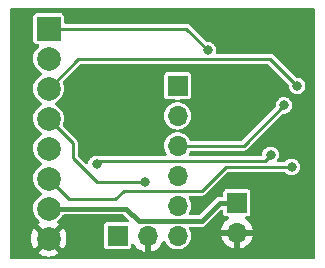
<source format=gbl>
%TF.GenerationSoftware,KiCad,Pcbnew,(6.0.11-0)*%
%TF.CreationDate,2023-09-03T14:24:23+02:00*%
%TF.ProjectId,Endstop_Levelshifter,456e6473-746f-4705-9f4c-6576656c7368,0.1*%
%TF.SameCoordinates,Original*%
%TF.FileFunction,Copper,L2,Bot*%
%TF.FilePolarity,Positive*%
%FSLAX46Y46*%
G04 Gerber Fmt 4.6, Leading zero omitted, Abs format (unit mm)*
G04 Created by KiCad (PCBNEW (6.0.11-0)) date 2023-09-03 14:24:23*
%MOMM*%
%LPD*%
G01*
G04 APERTURE LIST*
%TA.AperFunction,ComponentPad*%
%ADD10R,2.000000X2.000000*%
%TD*%
%TA.AperFunction,ComponentPad*%
%ADD11C,2.000000*%
%TD*%
%TA.AperFunction,ComponentPad*%
%ADD12R,1.700000X1.700000*%
%TD*%
%TA.AperFunction,ComponentPad*%
%ADD13O,1.700000X1.700000*%
%TD*%
%TA.AperFunction,ViaPad*%
%ADD14C,0.800000*%
%TD*%
%TA.AperFunction,Conductor*%
%ADD15C,0.250000*%
%TD*%
%TA.AperFunction,Conductor*%
%ADD16C,0.400000*%
%TD*%
G04 APERTURE END LIST*
D10*
%TO.P,J1,1,Pin_1*%
%TO.N,/X-_12V*%
X90932000Y-71354000D03*
D11*
%TO.P,J1,2,Pin_2*%
%TO.N,/X+_12V*%
X90932000Y-73894000D03*
%TO.P,J1,3,Pin_3*%
%TO.N,/Y-_12V*%
X90932000Y-76434000D03*
%TO.P,J1,4,Pin_4*%
%TO.N,/Y+_12V*%
X90932000Y-78974000D03*
%TO.P,J1,5,Pin_5*%
%TO.N,/Z-_12V*%
X90932000Y-81514000D03*
%TO.P,J1,6,Pin_6*%
%TO.N,/Z+_12V*%
X90932000Y-84054000D03*
%TO.P,J1,7,Pin_7*%
%TO.N,+12V*%
X90932000Y-86594000D03*
%TO.P,J1,8,Pin_8*%
%TO.N,GND*%
X90932000Y-89134000D03*
%TD*%
D12*
%TO.P,J4,1,Pin_1*%
%TO.N,+12V*%
X106877000Y-86096000D03*
D13*
%TO.P,J4,2,Pin_2*%
%TO.N,GND*%
X106877000Y-88636000D03*
%TD*%
D12*
%TO.P,J3,1,Pin_1*%
%TO.N,+3.3V*%
X96774000Y-88900000D03*
D13*
%TO.P,J3,2,Pin_2*%
%TO.N,GND*%
X99314000Y-88900000D03*
%TO.P,J3,3,Pin_3*%
%TO.N,/Z+_Rumba*%
X101854000Y-88900000D03*
%TD*%
D12*
%TO.P,J2,1,Pin_1*%
%TO.N,/X-_Rumba*%
X101854000Y-76200000D03*
D13*
%TO.P,J2,2,Pin_2*%
%TO.N,/X+_Rumba*%
X101854000Y-78740000D03*
%TO.P,J2,3,Pin_3*%
%TO.N,/Y-_Rumba*%
X101854000Y-81280000D03*
%TO.P,J2,4,Pin_4*%
%TO.N,/Y+_Rumba*%
X101854000Y-83820000D03*
%TO.P,J2,5,Pin_5*%
%TO.N,/Z-_Rumba*%
X101854000Y-86360000D03*
%TD*%
D14*
%TO.N,GND*%
X93472000Y-79248000D03*
X93472000Y-76200000D03*
X108204000Y-76962000D03*
X103886000Y-77470000D03*
X108966000Y-75946000D03*
X99060000Y-76200000D03*
%TO.N,/X-_12V*%
X104394000Y-73152000D03*
%TO.N,/Y-_12V*%
X111976500Y-76200000D03*
%TO.N,/Z-_12V*%
X94996000Y-82804000D03*
X109728000Y-82042000D03*
%TO.N,/Z+_12V*%
X111506000Y-83058000D03*
%TO.N,/Y+_12V*%
X99060000Y-84328000D03*
%TO.N,/Y-_Rumba*%
X110871000Y-77851000D03*
%TD*%
D15*
%TO.N,/X-_12V*%
X104394000Y-73152000D02*
X102596000Y-71354000D01*
X102596000Y-71354000D02*
X90932000Y-71354000D01*
%TO.N,/Y-_12V*%
X111976500Y-76200000D02*
X109690500Y-73914000D01*
X109690500Y-73914000D02*
X93452000Y-73914000D01*
X93452000Y-73914000D02*
X90932000Y-76434000D01*
%TO.N,/Z+_12V*%
X103886000Y-85090000D02*
X97282000Y-85090000D01*
X97282000Y-85090000D02*
X96557000Y-85815000D01*
X105918000Y-83058000D02*
X103886000Y-85090000D01*
X111506000Y-83058000D02*
X105918000Y-83058000D01*
X96557000Y-85815000D02*
X92693000Y-85815000D01*
X92693000Y-85815000D02*
X90932000Y-84054000D01*
%TO.N,/Y+_12V*%
X99060000Y-84328000D02*
X94996000Y-84328000D01*
X94996000Y-84328000D02*
X92964000Y-82296000D01*
X92964000Y-81006000D02*
X90932000Y-78974000D01*
X92964000Y-82296000D02*
X92964000Y-81006000D01*
%TO.N,/Y-_Rumba*%
X110871000Y-77851000D02*
X107442000Y-81280000D01*
X107442000Y-81280000D02*
X101854000Y-81280000D01*
%TO.N,/Z-_12V*%
X94996000Y-82804000D02*
X95250000Y-82550000D01*
X109220000Y-82550000D02*
X109728000Y-82042000D01*
X95250000Y-82550000D02*
X109220000Y-82550000D01*
D16*
%TO.N,+12V*%
X90932000Y-86594000D02*
X97516000Y-86594000D01*
X97516000Y-86594000D02*
X98552000Y-87630000D01*
X98552000Y-87630000D02*
X103886000Y-87630000D01*
X103886000Y-87630000D02*
X105420000Y-86096000D01*
X105420000Y-86096000D02*
X106877000Y-86096000D01*
%TD*%
%TA.AperFunction,Conductor*%
%TO.N,GND*%
G36*
X113433621Y-69662502D02*
G01*
X113480114Y-69716158D01*
X113491500Y-69768500D01*
X113491500Y-90759500D01*
X113471498Y-90827621D01*
X113417842Y-90874114D01*
X113365500Y-90885500D01*
X91104211Y-90885500D01*
X91036090Y-90865498D01*
X90989597Y-90811842D01*
X90979493Y-90741568D01*
X91008987Y-90676988D01*
X91068713Y-90638604D01*
X91094325Y-90633888D01*
X91163699Y-90628428D01*
X91173446Y-90626885D01*
X91394627Y-90573783D01*
X91404012Y-90570734D01*
X91614163Y-90483687D01*
X91622958Y-90479205D01*
X91790445Y-90376568D01*
X91799907Y-90366110D01*
X91796124Y-90357334D01*
X90944812Y-89506022D01*
X90930868Y-89498408D01*
X90929035Y-89498539D01*
X90922420Y-89502790D01*
X90070920Y-90354290D01*
X90064160Y-90366670D01*
X90069887Y-90374320D01*
X90241042Y-90479205D01*
X90249837Y-90483687D01*
X90459988Y-90570734D01*
X90469373Y-90573783D01*
X90690554Y-90626885D01*
X90700301Y-90628428D01*
X90769675Y-90633888D01*
X90836016Y-90659173D01*
X90878156Y-90716311D01*
X90882715Y-90787161D01*
X90848246Y-90849229D01*
X90785693Y-90882809D01*
X90759789Y-90885500D01*
X87802500Y-90885500D01*
X87734379Y-90865498D01*
X87687886Y-90811842D01*
X87676500Y-90759500D01*
X87676500Y-89138930D01*
X89419725Y-89138930D01*
X89437572Y-89365699D01*
X89439115Y-89375446D01*
X89492217Y-89596627D01*
X89495266Y-89606012D01*
X89582313Y-89816163D01*
X89586795Y-89824958D01*
X89689432Y-89992445D01*
X89699890Y-90001907D01*
X89708666Y-89998124D01*
X90559978Y-89146812D01*
X90566356Y-89135132D01*
X91296408Y-89135132D01*
X91296539Y-89136965D01*
X91300790Y-89143580D01*
X92152290Y-89995080D01*
X92164670Y-90001840D01*
X92172320Y-89996113D01*
X92277205Y-89824958D01*
X92281687Y-89816163D01*
X92368734Y-89606012D01*
X92371783Y-89596627D01*
X92424885Y-89375446D01*
X92426428Y-89365699D01*
X92444275Y-89138930D01*
X92444275Y-89129070D01*
X92426428Y-88902301D01*
X92424885Y-88892554D01*
X92371783Y-88671373D01*
X92368734Y-88661988D01*
X92281687Y-88451837D01*
X92277205Y-88443042D01*
X92174568Y-88275555D01*
X92164110Y-88266093D01*
X92155334Y-88269876D01*
X91304022Y-89121188D01*
X91296408Y-89135132D01*
X90566356Y-89135132D01*
X90567592Y-89132868D01*
X90567461Y-89131035D01*
X90563210Y-89124420D01*
X89711710Y-88272920D01*
X89699330Y-88266160D01*
X89691680Y-88271887D01*
X89586795Y-88443042D01*
X89582313Y-88451837D01*
X89495266Y-88661988D01*
X89492217Y-88671373D01*
X89439115Y-88892554D01*
X89437572Y-88902301D01*
X89419725Y-89129070D01*
X89419725Y-89138930D01*
X87676500Y-89138930D01*
X87676500Y-86594000D01*
X89626532Y-86594000D01*
X89646365Y-86820692D01*
X89647789Y-86826005D01*
X89647789Y-86826007D01*
X89678852Y-86941934D01*
X89705261Y-87040496D01*
X89707583Y-87045476D01*
X89707584Y-87045478D01*
X89781013Y-87202945D01*
X89801432Y-87246734D01*
X89931953Y-87433139D01*
X90092861Y-87594047D01*
X90152917Y-87636098D01*
X90197245Y-87691555D01*
X90204554Y-87762174D01*
X90172523Y-87825535D01*
X90146481Y-87846744D01*
X90073552Y-87891435D01*
X90064093Y-87901890D01*
X90067876Y-87910666D01*
X90919188Y-88761978D01*
X90933132Y-88769592D01*
X90934965Y-88769461D01*
X90941580Y-88765210D01*
X91793080Y-87913710D01*
X91799840Y-87901330D01*
X91794115Y-87893682D01*
X91717519Y-87846744D01*
X91669888Y-87794096D01*
X91658281Y-87724055D01*
X91686384Y-87658857D01*
X91711083Y-87636098D01*
X91771139Y-87594047D01*
X91932047Y-87433139D01*
X92062568Y-87246734D01*
X92099632Y-87167250D01*
X92146549Y-87113965D01*
X92213827Y-87094500D01*
X97256496Y-87094500D01*
X97324617Y-87114502D01*
X97345591Y-87131405D01*
X97748591Y-87534405D01*
X97782617Y-87596717D01*
X97777552Y-87667532D01*
X97735005Y-87724368D01*
X97668485Y-87749179D01*
X97659496Y-87749500D01*
X95879354Y-87749500D01*
X95875650Y-87749941D01*
X95875647Y-87749941D01*
X95868254Y-87750821D01*
X95853154Y-87752618D01*
X95750847Y-87798061D01*
X95742628Y-87806294D01*
X95742627Y-87806295D01*
X95723421Y-87825535D01*
X95671759Y-87877287D01*
X95667056Y-87887924D01*
X95667055Y-87887926D01*
X95660882Y-87901890D01*
X95626494Y-87979673D01*
X95623500Y-88005354D01*
X95623500Y-89794646D01*
X95626618Y-89820846D01*
X95630456Y-89829486D01*
X95630456Y-89829487D01*
X95664527Y-89906191D01*
X95672061Y-89923153D01*
X95680294Y-89931372D01*
X95680295Y-89931373D01*
X95706363Y-89957395D01*
X95751287Y-90002241D01*
X95761924Y-90006944D01*
X95761926Y-90006945D01*
X95799382Y-90023504D01*
X95853673Y-90047506D01*
X95879354Y-90050500D01*
X97668646Y-90050500D01*
X97672350Y-90050059D01*
X97672353Y-90050059D01*
X97679746Y-90049179D01*
X97694846Y-90047382D01*
X97797153Y-90001939D01*
X97806631Y-89992445D01*
X97868023Y-89930945D01*
X97876241Y-89922713D01*
X97883546Y-89906191D01*
X97907265Y-89852538D01*
X97921506Y-89820327D01*
X97924500Y-89794646D01*
X97924500Y-89678493D01*
X97944502Y-89610372D01*
X97998158Y-89563879D01*
X98068432Y-89553775D01*
X98133012Y-89583269D01*
X98157933Y-89612658D01*
X98211694Y-89700388D01*
X98217777Y-89708699D01*
X98357213Y-89869667D01*
X98364580Y-89876883D01*
X98528434Y-90012916D01*
X98536881Y-90018831D01*
X98720756Y-90126279D01*
X98730042Y-90130729D01*
X98929001Y-90206703D01*
X98938899Y-90209579D01*
X99042250Y-90230606D01*
X99056299Y-90229410D01*
X99060000Y-90219065D01*
X99060000Y-88772000D01*
X99080002Y-88703879D01*
X99133658Y-88657386D01*
X99186000Y-88646000D01*
X99442000Y-88646000D01*
X99510121Y-88666002D01*
X99556614Y-88719658D01*
X99568000Y-88772000D01*
X99568000Y-90218517D01*
X99572064Y-90232359D01*
X99585478Y-90234393D01*
X99592184Y-90233534D01*
X99602262Y-90231392D01*
X99806255Y-90170191D01*
X99815842Y-90166433D01*
X100007095Y-90072739D01*
X100015945Y-90067464D01*
X100189328Y-89943792D01*
X100197200Y-89937139D01*
X100348052Y-89786812D01*
X100354730Y-89778965D01*
X100479003Y-89606020D01*
X100484313Y-89597183D01*
X100578670Y-89406267D01*
X100582019Y-89397809D01*
X100625693Y-89341836D01*
X100692696Y-89318359D01*
X100761755Y-89334835D01*
X100813597Y-89391442D01*
X100838149Y-89444699D01*
X100853369Y-89477714D01*
X100975405Y-89650391D01*
X101005586Y-89679792D01*
X101119727Y-89790983D01*
X101126865Y-89797937D01*
X101131661Y-89801142D01*
X101131664Y-89801144D01*
X101223159Y-89862279D01*
X101302677Y-89915411D01*
X101307985Y-89917692D01*
X101307986Y-89917692D01*
X101491650Y-89996600D01*
X101491653Y-89996601D01*
X101496953Y-89998878D01*
X101502582Y-90000152D01*
X101502583Y-90000152D01*
X101697550Y-90044269D01*
X101697553Y-90044269D01*
X101703186Y-90045544D01*
X101708957Y-90045771D01*
X101708959Y-90045771D01*
X101770989Y-90048208D01*
X101914470Y-90053846D01*
X101920179Y-90053018D01*
X101920183Y-90053018D01*
X102118015Y-90024333D01*
X102118019Y-90024332D01*
X102123730Y-90023504D01*
X102196276Y-89998878D01*
X102318483Y-89957395D01*
X102318488Y-89957393D01*
X102323955Y-89955537D01*
X102328998Y-89952713D01*
X102503395Y-89855046D01*
X102503399Y-89855043D01*
X102508442Y-89852219D01*
X102671012Y-89717012D01*
X102806219Y-89554442D01*
X102809043Y-89549399D01*
X102809046Y-89549395D01*
X102906713Y-89374998D01*
X102906714Y-89374996D01*
X102909537Y-89369955D01*
X102911393Y-89364488D01*
X102911395Y-89364483D01*
X102975647Y-89175200D01*
X102977504Y-89169730D01*
X102982878Y-89132672D01*
X103007314Y-88964140D01*
X103007314Y-88964138D01*
X103007846Y-88960470D01*
X103009325Y-88903966D01*
X105545257Y-88903966D01*
X105575565Y-89038446D01*
X105578645Y-89048275D01*
X105658770Y-89245603D01*
X105663413Y-89254794D01*
X105774694Y-89436388D01*
X105780777Y-89444699D01*
X105920213Y-89605667D01*
X105927580Y-89612883D01*
X106091434Y-89748916D01*
X106099881Y-89754831D01*
X106283756Y-89862279D01*
X106293042Y-89866729D01*
X106492001Y-89942703D01*
X106501899Y-89945579D01*
X106605250Y-89966606D01*
X106619299Y-89965410D01*
X106623000Y-89955065D01*
X106623000Y-89954517D01*
X107131000Y-89954517D01*
X107135064Y-89968359D01*
X107148478Y-89970393D01*
X107155184Y-89969534D01*
X107165262Y-89967392D01*
X107369255Y-89906191D01*
X107378842Y-89902433D01*
X107570095Y-89808739D01*
X107578945Y-89803464D01*
X107752328Y-89679792D01*
X107760200Y-89673139D01*
X107911052Y-89522812D01*
X107917730Y-89514965D01*
X108042003Y-89342020D01*
X108047313Y-89333183D01*
X108141670Y-89142267D01*
X108145469Y-89132672D01*
X108207377Y-88928910D01*
X108209555Y-88918837D01*
X108210986Y-88907962D01*
X108208775Y-88893778D01*
X108195617Y-88890000D01*
X107149115Y-88890000D01*
X107133876Y-88894475D01*
X107132671Y-88895865D01*
X107131000Y-88903548D01*
X107131000Y-89954517D01*
X106623000Y-89954517D01*
X106623000Y-88908115D01*
X106618525Y-88892876D01*
X106617135Y-88891671D01*
X106609452Y-88890000D01*
X105560225Y-88890000D01*
X105546694Y-88893973D01*
X105545257Y-88903966D01*
X103009325Y-88903966D01*
X103009429Y-88900000D01*
X102990081Y-88689440D01*
X102932686Y-88485931D01*
X102911536Y-88443042D01*
X102847025Y-88312229D01*
X102834835Y-88242286D01*
X102862394Y-88176857D01*
X102920952Y-88136713D01*
X102960031Y-88130500D01*
X103815819Y-88130500D01*
X103827704Y-88131828D01*
X103827745Y-88131318D01*
X103836691Y-88132038D01*
X103845447Y-88134019D01*
X103898263Y-88130742D01*
X103906067Y-88130500D01*
X103921940Y-88130500D01*
X103932052Y-88129052D01*
X103942106Y-88128022D01*
X103970097Y-88126285D01*
X103988538Y-88125141D01*
X103996982Y-88122093D01*
X104000694Y-88121324D01*
X104015399Y-88117657D01*
X104019027Y-88116596D01*
X104027918Y-88115323D01*
X104070282Y-88096061D01*
X104079637Y-88092254D01*
X104114943Y-88079509D01*
X104114947Y-88079507D01*
X104123387Y-88076460D01*
X104130635Y-88071165D01*
X104133975Y-88069389D01*
X104147089Y-88061726D01*
X104150261Y-88059697D01*
X104158428Y-88055984D01*
X104165223Y-88050129D01*
X104165226Y-88050127D01*
X104193675Y-88025613D01*
X104201596Y-88019324D01*
X104208402Y-88014352D01*
X104212336Y-88011478D01*
X104223079Y-88000735D01*
X104229926Y-87994377D01*
X104260237Y-87968259D01*
X104267037Y-87962400D01*
X104271920Y-87954866D01*
X104277819Y-87948104D01*
X104277824Y-87948108D01*
X104286800Y-87937014D01*
X105511405Y-86712409D01*
X105573717Y-86678383D01*
X105644532Y-86683448D01*
X105701368Y-86725995D01*
X105726179Y-86792515D01*
X105726500Y-86801504D01*
X105726500Y-86990646D01*
X105729618Y-87016846D01*
X105733456Y-87025486D01*
X105733456Y-87025487D01*
X105770140Y-87108074D01*
X105775061Y-87119153D01*
X105854287Y-87198241D01*
X105864924Y-87202944D01*
X105864926Y-87202945D01*
X105924462Y-87229265D01*
X105956673Y-87243506D01*
X105982354Y-87246500D01*
X106090579Y-87246500D01*
X106158700Y-87266502D01*
X106205193Y-87320158D01*
X106215297Y-87390432D01*
X106185803Y-87455012D01*
X106157719Y-87479122D01*
X106146735Y-87486039D01*
X105976433Y-87613905D01*
X105968726Y-87620748D01*
X105821590Y-87774717D01*
X105815104Y-87782727D01*
X105695098Y-87958649D01*
X105690000Y-87967623D01*
X105600338Y-88160783D01*
X105596775Y-88170470D01*
X105541389Y-88370183D01*
X105542912Y-88378607D01*
X105555292Y-88382000D01*
X108195344Y-88382000D01*
X108208875Y-88378027D01*
X108210180Y-88368947D01*
X108168214Y-88201875D01*
X108164894Y-88192124D01*
X108079972Y-87996814D01*
X108075105Y-87987739D01*
X107959426Y-87808926D01*
X107953136Y-87800757D01*
X107809806Y-87643240D01*
X107802273Y-87636215D01*
X107635139Y-87504222D01*
X107626552Y-87498517D01*
X107598096Y-87482808D01*
X107548125Y-87432375D01*
X107533354Y-87362932D01*
X107558471Y-87296527D01*
X107615502Y-87254243D01*
X107658990Y-87246500D01*
X107771646Y-87246500D01*
X107775350Y-87246059D01*
X107775353Y-87246059D01*
X107782746Y-87245179D01*
X107797846Y-87243382D01*
X107900153Y-87197939D01*
X107979241Y-87118713D01*
X107997866Y-87076586D01*
X108020675Y-87024992D01*
X108024506Y-87016327D01*
X108027500Y-86990646D01*
X108027500Y-85201354D01*
X108024382Y-85175154D01*
X107978939Y-85072847D01*
X107956205Y-85050152D01*
X107907945Y-85001977D01*
X107899713Y-84993759D01*
X107889076Y-84989056D01*
X107889074Y-84989055D01*
X107827904Y-84962012D01*
X107797327Y-84948494D01*
X107771646Y-84945500D01*
X105982354Y-84945500D01*
X105978650Y-84945941D01*
X105978647Y-84945941D01*
X105971254Y-84946821D01*
X105956154Y-84948618D01*
X105947514Y-84952456D01*
X105947513Y-84952456D01*
X105911179Y-84968595D01*
X105853847Y-84994061D01*
X105774759Y-85073287D01*
X105729494Y-85175673D01*
X105726500Y-85201354D01*
X105726500Y-85469500D01*
X105706498Y-85537621D01*
X105652842Y-85584114D01*
X105600500Y-85595500D01*
X105490181Y-85595500D01*
X105478296Y-85594172D01*
X105478255Y-85594682D01*
X105469309Y-85593962D01*
X105460553Y-85591981D01*
X105428770Y-85593953D01*
X105407736Y-85595258D01*
X105399933Y-85595500D01*
X105384060Y-85595500D01*
X105373948Y-85596948D01*
X105363894Y-85597978D01*
X105335903Y-85599715D01*
X105317462Y-85600859D01*
X105309018Y-85603907D01*
X105305306Y-85604676D01*
X105290601Y-85608343D01*
X105286973Y-85609404D01*
X105278082Y-85610677D01*
X105235718Y-85629939D01*
X105226363Y-85633746D01*
X105191057Y-85646491D01*
X105191053Y-85646493D01*
X105182613Y-85649540D01*
X105175365Y-85654835D01*
X105172025Y-85656611D01*
X105158911Y-85664274D01*
X105155739Y-85666303D01*
X105147572Y-85670016D01*
X105140777Y-85675871D01*
X105140774Y-85675873D01*
X105112325Y-85700387D01*
X105104405Y-85706675D01*
X105093664Y-85714522D01*
X105082921Y-85725265D01*
X105076075Y-85731623D01*
X105038963Y-85763600D01*
X105034080Y-85771134D01*
X105028181Y-85777896D01*
X105028176Y-85777892D01*
X105019200Y-85788986D01*
X103715591Y-87092595D01*
X103653279Y-87126621D01*
X103626496Y-87129500D01*
X102956760Y-87129500D01*
X102888639Y-87109498D01*
X102842146Y-87055842D01*
X102832042Y-86985568D01*
X102846824Y-86941937D01*
X102909537Y-86829955D01*
X102911393Y-86824488D01*
X102911395Y-86824483D01*
X102975647Y-86635200D01*
X102977504Y-86629730D01*
X102982323Y-86596500D01*
X103007314Y-86424140D01*
X103007314Y-86424138D01*
X103007846Y-86420470D01*
X103009429Y-86360000D01*
X102990081Y-86149440D01*
X102932686Y-85945931D01*
X102921553Y-85923354D01*
X102841719Y-85761469D01*
X102839165Y-85756290D01*
X102809743Y-85716889D01*
X102785011Y-85650339D01*
X102800186Y-85580983D01*
X102850447Y-85530841D01*
X102910701Y-85515500D01*
X103953393Y-85515500D01*
X103976210Y-85508086D01*
X103995429Y-85503472D01*
X104019126Y-85499719D01*
X104027964Y-85495216D01*
X104040502Y-85488828D01*
X104058763Y-85481264D01*
X104072147Y-85476915D01*
X104072150Y-85476913D01*
X104081581Y-85473849D01*
X104100991Y-85459747D01*
X104117837Y-85449423D01*
X104139220Y-85438528D01*
X106057343Y-83520405D01*
X106119655Y-83486379D01*
X106146438Y-83483500D01*
X110884634Y-83483500D01*
X110952755Y-83503502D01*
X110971331Y-83519631D01*
X110971830Y-83519083D01*
X111091612Y-83628077D01*
X111091616Y-83628080D01*
X111097233Y-83633191D01*
X111103906Y-83636814D01*
X111103910Y-83636817D01*
X111239558Y-83710467D01*
X111239560Y-83710468D01*
X111246235Y-83714092D01*
X111253584Y-83716020D01*
X111402883Y-83755188D01*
X111402885Y-83755188D01*
X111410233Y-83757116D01*
X111496609Y-83758473D01*
X111572161Y-83759660D01*
X111572164Y-83759660D01*
X111579760Y-83759779D01*
X111587165Y-83758083D01*
X111587166Y-83758083D01*
X111662226Y-83740892D01*
X111745029Y-83721928D01*
X111896498Y-83645747D01*
X112025423Y-83535634D01*
X112124361Y-83397947D01*
X112128836Y-83386816D01*
X112184766Y-83247687D01*
X112184767Y-83247685D01*
X112187601Y-83240634D01*
X112204850Y-83119432D01*
X112210909Y-83076862D01*
X112210909Y-83076859D01*
X112211490Y-83072778D01*
X112211645Y-83058000D01*
X112191276Y-82889680D01*
X112131345Y-82731077D01*
X112066032Y-82636047D01*
X112039614Y-82597608D01*
X112039613Y-82597607D01*
X112035312Y-82591349D01*
X112029119Y-82585831D01*
X111914392Y-82483612D01*
X111914388Y-82483610D01*
X111908721Y-82478560D01*
X111758881Y-82399224D01*
X111594441Y-82357919D01*
X111586843Y-82357879D01*
X111586841Y-82357879D01*
X111509668Y-82357475D01*
X111424895Y-82357031D01*
X111417508Y-82358805D01*
X111417504Y-82358805D01*
X111274162Y-82393220D01*
X111260032Y-82396612D01*
X111253288Y-82400093D01*
X111253285Y-82400094D01*
X111116117Y-82470892D01*
X111109369Y-82474375D01*
X111103647Y-82479367D01*
X111103645Y-82479368D01*
X111057487Y-82519634D01*
X110981604Y-82585831D01*
X110977918Y-82591076D01*
X110917905Y-82628049D01*
X110884713Y-82632500D01*
X110412017Y-82632500D01*
X110343896Y-82612498D01*
X110297403Y-82558842D01*
X110287299Y-82488568D01*
X110309695Y-82432973D01*
X110341929Y-82388115D01*
X110341929Y-82388114D01*
X110346361Y-82381947D01*
X110349194Y-82374900D01*
X110406766Y-82231687D01*
X110406767Y-82231685D01*
X110409601Y-82224634D01*
X110433490Y-82056778D01*
X110433645Y-82042000D01*
X110413276Y-81873680D01*
X110353345Y-81715077D01*
X110328432Y-81678828D01*
X110261614Y-81581608D01*
X110261613Y-81581607D01*
X110257312Y-81575349D01*
X110182311Y-81508525D01*
X110136392Y-81467612D01*
X110136388Y-81467610D01*
X110130721Y-81462560D01*
X109980881Y-81383224D01*
X109816441Y-81341919D01*
X109808843Y-81341879D01*
X109808841Y-81341879D01*
X109731668Y-81341475D01*
X109646895Y-81341031D01*
X109639508Y-81342805D01*
X109639504Y-81342805D01*
X109496162Y-81377220D01*
X109482032Y-81380612D01*
X109475288Y-81384093D01*
X109475285Y-81384094D01*
X109470089Y-81386776D01*
X109331369Y-81458375D01*
X109325647Y-81463367D01*
X109325645Y-81463368D01*
X109261328Y-81519475D01*
X109203604Y-81569831D01*
X109199237Y-81576045D01*
X109113464Y-81698088D01*
X109106113Y-81708547D01*
X109044524Y-81866513D01*
X109043532Y-81874046D01*
X109043532Y-81874047D01*
X109024983Y-82014946D01*
X108996261Y-82079873D01*
X108936996Y-82118965D01*
X108900061Y-82124500D01*
X102914440Y-82124500D01*
X102846319Y-82104498D01*
X102799826Y-82050842D01*
X102789722Y-81980568D01*
X102807472Y-81935144D01*
X102806219Y-81934442D01*
X102898348Y-81769934D01*
X102949085Y-81720272D01*
X103008282Y-81705500D01*
X107509393Y-81705500D01*
X107532210Y-81698086D01*
X107551429Y-81693472D01*
X107575126Y-81689719D01*
X107583964Y-81685216D01*
X107596502Y-81678828D01*
X107614763Y-81671264D01*
X107628147Y-81666915D01*
X107628150Y-81666913D01*
X107637581Y-81663849D01*
X107656991Y-81649747D01*
X107673837Y-81639423D01*
X107695220Y-81628528D01*
X110735930Y-78587818D01*
X110798242Y-78553792D01*
X110827002Y-78550929D01*
X110871647Y-78551631D01*
X110937162Y-78552660D01*
X110937165Y-78552660D01*
X110944760Y-78552779D01*
X110952165Y-78551083D01*
X110952166Y-78551083D01*
X111070959Y-78523876D01*
X111110029Y-78514928D01*
X111261498Y-78438747D01*
X111390423Y-78328634D01*
X111489361Y-78190947D01*
X111513194Y-78131662D01*
X111549766Y-78040687D01*
X111549767Y-78040685D01*
X111552601Y-78033634D01*
X111562103Y-77966867D01*
X111575909Y-77869862D01*
X111575909Y-77869859D01*
X111576490Y-77865778D01*
X111576645Y-77851000D01*
X111574840Y-77836080D01*
X111567201Y-77772959D01*
X111556276Y-77682680D01*
X111496345Y-77524077D01*
X111487584Y-77511330D01*
X111404614Y-77390608D01*
X111404613Y-77390607D01*
X111400312Y-77384349D01*
X111394119Y-77378831D01*
X111279392Y-77276612D01*
X111279388Y-77276610D01*
X111273721Y-77271560D01*
X111123881Y-77192224D01*
X110959441Y-77150919D01*
X110951843Y-77150879D01*
X110951841Y-77150879D01*
X110874668Y-77150475D01*
X110789895Y-77150031D01*
X110782508Y-77151805D01*
X110782504Y-77151805D01*
X110639162Y-77186220D01*
X110625032Y-77189612D01*
X110618288Y-77193093D01*
X110618285Y-77193094D01*
X110481117Y-77263892D01*
X110474369Y-77267375D01*
X110468647Y-77272367D01*
X110468645Y-77272368D01*
X110434747Y-77301939D01*
X110346604Y-77378831D01*
X110249113Y-77517547D01*
X110187524Y-77675513D01*
X110186532Y-77683046D01*
X110186532Y-77683047D01*
X110168469Y-77820256D01*
X110165394Y-77843611D01*
X110166228Y-77851163D01*
X110169815Y-77883661D01*
X110157409Y-77953565D01*
X110133671Y-77986581D01*
X107302657Y-80817595D01*
X107240345Y-80851621D01*
X107213562Y-80854500D01*
X103005401Y-80854500D01*
X102937280Y-80834498D01*
X102892395Y-80784229D01*
X102841719Y-80681469D01*
X102839165Y-80676290D01*
X102712651Y-80506867D01*
X102557381Y-80363337D01*
X102552498Y-80360256D01*
X102383434Y-80253584D01*
X102383433Y-80253584D01*
X102378554Y-80250505D01*
X102182160Y-80172152D01*
X102176503Y-80171027D01*
X102176497Y-80171025D01*
X101979234Y-80131788D01*
X101916324Y-80098881D01*
X101881192Y-80037186D01*
X101884992Y-79966291D01*
X101926517Y-79908705D01*
X101985734Y-79883513D01*
X102118015Y-79864333D01*
X102118019Y-79864332D01*
X102123730Y-79863504D01*
X102202987Y-79836600D01*
X102318483Y-79797395D01*
X102318488Y-79797393D01*
X102323955Y-79795537D01*
X102328998Y-79792713D01*
X102503395Y-79695046D01*
X102503399Y-79695043D01*
X102508442Y-79692219D01*
X102671012Y-79557012D01*
X102806219Y-79394442D01*
X102809043Y-79389399D01*
X102809046Y-79389395D01*
X102906713Y-79214998D01*
X102906714Y-79214996D01*
X102909537Y-79209955D01*
X102911393Y-79204488D01*
X102911395Y-79204483D01*
X102975647Y-79015200D01*
X102977504Y-79009730D01*
X103007846Y-78800470D01*
X103009429Y-78740000D01*
X102990081Y-78529440D01*
X102932686Y-78325931D01*
X102921553Y-78303354D01*
X102841719Y-78141469D01*
X102839165Y-78136290D01*
X102712651Y-77966867D01*
X102607712Y-77869862D01*
X102561622Y-77827257D01*
X102561620Y-77827255D01*
X102557381Y-77823337D01*
X102552498Y-77820256D01*
X102383434Y-77713584D01*
X102383433Y-77713584D01*
X102378554Y-77710505D01*
X102182160Y-77632152D01*
X102176503Y-77631027D01*
X102176497Y-77631025D01*
X102020916Y-77600079D01*
X101958006Y-77567172D01*
X101922874Y-77505477D01*
X101926674Y-77434582D01*
X101968199Y-77376996D01*
X102034266Y-77351002D01*
X102045497Y-77350500D01*
X102748646Y-77350500D01*
X102752350Y-77350059D01*
X102752353Y-77350059D01*
X102759746Y-77349179D01*
X102774846Y-77347382D01*
X102877153Y-77301939D01*
X102906673Y-77272368D01*
X102948023Y-77230945D01*
X102956241Y-77222713D01*
X102969721Y-77192224D01*
X102997675Y-77128992D01*
X103001506Y-77120327D01*
X103004500Y-77094646D01*
X103004500Y-75305354D01*
X103001382Y-75279154D01*
X102969449Y-75207261D01*
X102960663Y-75187482D01*
X102955939Y-75176847D01*
X102944072Y-75165000D01*
X102884945Y-75105977D01*
X102876713Y-75097759D01*
X102866076Y-75093056D01*
X102866074Y-75093055D01*
X102806538Y-75066735D01*
X102774327Y-75052494D01*
X102748646Y-75049500D01*
X100959354Y-75049500D01*
X100955650Y-75049941D01*
X100955647Y-75049941D01*
X100948254Y-75050821D01*
X100933154Y-75052618D01*
X100830847Y-75098061D01*
X100822628Y-75106294D01*
X100822627Y-75106295D01*
X100791142Y-75137835D01*
X100751759Y-75177287D01*
X100706494Y-75279673D01*
X100703500Y-75305354D01*
X100703500Y-77094646D01*
X100706618Y-77120846D01*
X100710456Y-77129486D01*
X100710456Y-77129487D01*
X100747140Y-77212074D01*
X100752061Y-77223153D01*
X100831287Y-77302241D01*
X100841924Y-77306944D01*
X100841926Y-77306945D01*
X100901462Y-77333265D01*
X100933673Y-77347506D01*
X100959354Y-77350500D01*
X101668988Y-77350500D01*
X101737109Y-77370502D01*
X101783602Y-77424158D01*
X101793706Y-77494432D01*
X101764212Y-77559012D01*
X101704486Y-77597396D01*
X101690326Y-77600680D01*
X101560650Y-77622962D01*
X101560649Y-77622962D01*
X101554953Y-77623941D01*
X101356575Y-77697127D01*
X101351614Y-77700079D01*
X101351613Y-77700079D01*
X101334089Y-77710505D01*
X101174856Y-77805238D01*
X101015881Y-77944655D01*
X100884976Y-78110708D01*
X100882287Y-78115819D01*
X100882285Y-78115822D01*
X100868792Y-78141469D01*
X100786523Y-78297836D01*
X100723820Y-78499773D01*
X100698967Y-78709754D01*
X100712796Y-78920749D01*
X100714217Y-78926345D01*
X100714218Y-78926350D01*
X100736784Y-79015200D01*
X100764845Y-79125690D01*
X100767262Y-79130933D01*
X100803692Y-79209955D01*
X100853369Y-79317714D01*
X100975405Y-79490391D01*
X101126865Y-79637937D01*
X101131661Y-79641142D01*
X101131664Y-79641144D01*
X101274936Y-79736875D01*
X101302677Y-79755411D01*
X101307985Y-79757692D01*
X101307986Y-79757692D01*
X101491650Y-79836600D01*
X101491653Y-79836601D01*
X101496953Y-79838878D01*
X101502582Y-79840152D01*
X101502583Y-79840152D01*
X101697550Y-79884269D01*
X101697553Y-79884269D01*
X101703186Y-79885544D01*
X101708958Y-79885771D01*
X101714687Y-79886525D01*
X101714327Y-79889257D01*
X101770604Y-79908216D01*
X101814950Y-79963659D01*
X101822282Y-80034276D01*
X101790271Y-80097647D01*
X101729081Y-80133651D01*
X101719704Y-80135632D01*
X101560650Y-80162962D01*
X101560649Y-80162962D01*
X101554953Y-80163941D01*
X101356575Y-80237127D01*
X101351614Y-80240079D01*
X101351613Y-80240079D01*
X101334089Y-80250505D01*
X101174856Y-80345238D01*
X101015881Y-80484655D01*
X100884976Y-80650708D01*
X100882287Y-80655819D01*
X100882285Y-80655822D01*
X100868792Y-80681469D01*
X100786523Y-80837836D01*
X100723820Y-81039773D01*
X100698967Y-81249754D01*
X100712796Y-81460749D01*
X100714217Y-81466345D01*
X100714218Y-81466350D01*
X100755407Y-81628528D01*
X100764845Y-81665690D01*
X100767262Y-81670933D01*
X100803692Y-81749955D01*
X100853369Y-81857714D01*
X100856702Y-81862430D01*
X100901473Y-81925780D01*
X100924454Y-81992954D01*
X100907469Y-82061889D01*
X100855912Y-82110699D01*
X100798576Y-82124500D01*
X95182607Y-82124500D01*
X95182607Y-82122141D01*
X95151516Y-82120767D01*
X95084441Y-82103919D01*
X95076843Y-82103879D01*
X95076841Y-82103879D01*
X94999668Y-82103475D01*
X94914895Y-82103031D01*
X94907508Y-82104805D01*
X94907504Y-82104805D01*
X94815896Y-82126799D01*
X94750032Y-82142612D01*
X94743288Y-82146093D01*
X94743285Y-82146094D01*
X94703296Y-82166734D01*
X94599369Y-82220375D01*
X94593647Y-82225367D01*
X94593645Y-82225368D01*
X94522069Y-82287808D01*
X94471604Y-82331831D01*
X94451968Y-82359770D01*
X94381992Y-82459337D01*
X94374113Y-82470547D01*
X94312524Y-82628513D01*
X94311532Y-82636046D01*
X94311532Y-82636047D01*
X94297680Y-82741266D01*
X94268958Y-82806193D01*
X94209693Y-82845285D01*
X94138701Y-82846130D01*
X94083663Y-82813915D01*
X93426405Y-82156657D01*
X93392379Y-82094345D01*
X93389500Y-82067562D01*
X93389500Y-80938607D01*
X93382086Y-80915790D01*
X93377472Y-80896570D01*
X93375270Y-80882668D01*
X93373719Y-80872874D01*
X93364357Y-80854500D01*
X93362828Y-80851498D01*
X93355264Y-80833237D01*
X93350915Y-80819853D01*
X93350913Y-80819850D01*
X93347849Y-80810419D01*
X93333747Y-80791009D01*
X93323423Y-80774163D01*
X93312528Y-80752780D01*
X92164361Y-79604613D01*
X92130335Y-79542301D01*
X92135400Y-79471486D01*
X92139261Y-79462269D01*
X92156414Y-79425484D01*
X92156417Y-79425475D01*
X92158739Y-79420496D01*
X92167073Y-79389395D01*
X92216211Y-79206007D01*
X92216211Y-79206005D01*
X92217635Y-79200692D01*
X92237468Y-78974000D01*
X92217635Y-78747308D01*
X92214687Y-78736305D01*
X92160162Y-78532814D01*
X92160161Y-78532812D01*
X92158739Y-78527504D01*
X92117351Y-78438747D01*
X92064891Y-78326247D01*
X92064889Y-78326244D01*
X92062568Y-78321266D01*
X91932047Y-78134861D01*
X91771139Y-77973953D01*
X91584734Y-77843432D01*
X91579756Y-77841111D01*
X91579753Y-77841109D01*
X91530613Y-77818195D01*
X91477328Y-77771278D01*
X91457867Y-77703000D01*
X91478409Y-77635041D01*
X91530613Y-77589805D01*
X91579753Y-77566891D01*
X91579756Y-77566889D01*
X91584734Y-77564568D01*
X91771139Y-77434047D01*
X91932047Y-77273139D01*
X92062568Y-77086734D01*
X92149606Y-76900083D01*
X92156416Y-76885478D01*
X92156417Y-76885476D01*
X92158739Y-76880496D01*
X92163179Y-76863928D01*
X92216211Y-76666007D01*
X92216211Y-76666005D01*
X92217635Y-76660692D01*
X92237468Y-76434000D01*
X92217635Y-76207308D01*
X92211680Y-76185083D01*
X92160162Y-75992814D01*
X92160161Y-75992812D01*
X92158739Y-75987504D01*
X92156416Y-75982522D01*
X92156414Y-75982516D01*
X92139261Y-75945731D01*
X92128600Y-75875539D01*
X92157581Y-75810726D01*
X92164361Y-75803387D01*
X93591342Y-74376405D01*
X93653654Y-74342380D01*
X93680437Y-74339500D01*
X109462062Y-74339500D01*
X109530183Y-74359502D01*
X109551157Y-74376405D01*
X111238180Y-76063427D01*
X111272205Y-76125739D01*
X111274007Y-76168967D01*
X111270894Y-76192611D01*
X111289499Y-76361135D01*
X111347766Y-76520356D01*
X111352002Y-76526659D01*
X111352002Y-76526660D01*
X111365074Y-76546113D01*
X111442330Y-76661083D01*
X111447942Y-76666190D01*
X111447945Y-76666193D01*
X111562112Y-76770077D01*
X111562116Y-76770080D01*
X111567733Y-76775191D01*
X111574406Y-76778814D01*
X111574410Y-76778817D01*
X111710058Y-76852467D01*
X111710060Y-76852468D01*
X111716735Y-76856092D01*
X111724084Y-76858020D01*
X111873383Y-76897188D01*
X111873385Y-76897188D01*
X111880733Y-76899116D01*
X111967109Y-76900473D01*
X112042661Y-76901660D01*
X112042664Y-76901660D01*
X112050260Y-76901779D01*
X112057665Y-76900083D01*
X112057666Y-76900083D01*
X112166373Y-76875186D01*
X112215529Y-76863928D01*
X112366998Y-76787747D01*
X112495923Y-76677634D01*
X112594861Y-76539947D01*
X112602737Y-76520356D01*
X112655266Y-76389687D01*
X112655267Y-76389685D01*
X112658101Y-76382634D01*
X112681990Y-76214778D01*
X112682145Y-76200000D01*
X112661776Y-76031680D01*
X112601845Y-75873077D01*
X112538745Y-75781266D01*
X112510114Y-75739608D01*
X112510113Y-75739607D01*
X112505812Y-75733349D01*
X112500141Y-75728296D01*
X112384892Y-75625612D01*
X112384888Y-75625610D01*
X112379221Y-75620560D01*
X112229381Y-75541224D01*
X112064941Y-75499919D01*
X112057343Y-75499879D01*
X112057341Y-75499879D01*
X111959716Y-75499368D01*
X111928987Y-75499207D01*
X111860972Y-75478849D01*
X111840552Y-75462304D01*
X109943720Y-73565472D01*
X109922337Y-73554577D01*
X109905491Y-73544253D01*
X109894104Y-73535980D01*
X109886081Y-73530151D01*
X109876650Y-73527087D01*
X109876647Y-73527085D01*
X109863263Y-73522736D01*
X109845002Y-73515172D01*
X109832464Y-73508784D01*
X109832463Y-73508784D01*
X109823626Y-73504281D01*
X109799929Y-73500528D01*
X109780710Y-73495914D01*
X109757893Y-73488500D01*
X105197634Y-73488500D01*
X105129513Y-73468498D01*
X105083020Y-73414842D01*
X105072916Y-73344568D01*
X105074280Y-73337921D01*
X105075601Y-73334634D01*
X105099490Y-73166778D01*
X105099645Y-73152000D01*
X105079276Y-72983680D01*
X105019345Y-72825077D01*
X104952734Y-72728158D01*
X104927614Y-72691608D01*
X104927613Y-72691607D01*
X104923312Y-72685349D01*
X104886559Y-72652603D01*
X104802392Y-72577612D01*
X104802388Y-72577610D01*
X104796721Y-72572560D01*
X104646881Y-72493224D01*
X104482441Y-72451919D01*
X104474843Y-72451879D01*
X104474841Y-72451879D01*
X104377216Y-72451368D01*
X104346487Y-72451207D01*
X104278472Y-72430849D01*
X104258052Y-72414304D01*
X102849220Y-71005472D01*
X102827837Y-70994577D01*
X102810991Y-70984253D01*
X102799604Y-70975980D01*
X102791581Y-70970151D01*
X102782150Y-70967087D01*
X102782147Y-70967085D01*
X102768763Y-70962736D01*
X102750502Y-70955172D01*
X102737964Y-70948784D01*
X102737963Y-70948784D01*
X102729126Y-70944281D01*
X102705429Y-70940528D01*
X102686210Y-70935914D01*
X102663393Y-70928500D01*
X92358500Y-70928500D01*
X92290379Y-70908498D01*
X92243886Y-70854842D01*
X92232500Y-70802500D01*
X92232500Y-70309354D01*
X92229382Y-70283154D01*
X92183939Y-70180847D01*
X92104713Y-70101759D01*
X92094076Y-70097056D01*
X92094074Y-70097055D01*
X92034538Y-70070735D01*
X92002327Y-70056494D01*
X91976646Y-70053500D01*
X89887354Y-70053500D01*
X89883650Y-70053941D01*
X89883647Y-70053941D01*
X89876254Y-70054821D01*
X89861154Y-70056618D01*
X89758847Y-70102061D01*
X89679759Y-70181287D01*
X89634494Y-70283673D01*
X89631500Y-70309354D01*
X89631500Y-72398646D01*
X89634618Y-72424846D01*
X89638456Y-72433486D01*
X89638456Y-72433487D01*
X89647807Y-72454538D01*
X89680061Y-72527153D01*
X89759287Y-72606241D01*
X89769924Y-72610944D01*
X89769926Y-72610945D01*
X89829462Y-72637265D01*
X89861673Y-72651506D01*
X89887354Y-72654500D01*
X90035215Y-72654500D01*
X90103336Y-72674502D01*
X90149829Y-72728158D01*
X90159933Y-72798432D01*
X90130439Y-72863012D01*
X90107488Y-72883711D01*
X90092861Y-72893953D01*
X89931953Y-73054861D01*
X89801432Y-73241266D01*
X89799111Y-73246244D01*
X89799109Y-73246247D01*
X89707584Y-73442522D01*
X89705261Y-73447504D01*
X89703839Y-73452812D01*
X89703838Y-73452814D01*
X89647789Y-73661993D01*
X89646365Y-73667308D01*
X89626532Y-73894000D01*
X89646365Y-74120692D01*
X89705261Y-74340496D01*
X89801432Y-74546734D01*
X89931953Y-74733139D01*
X90092861Y-74894047D01*
X90279266Y-75024568D01*
X90284244Y-75026889D01*
X90284247Y-75026891D01*
X90313674Y-75040613D01*
X90332733Y-75049500D01*
X90333387Y-75049805D01*
X90386672Y-75096722D01*
X90406133Y-75165000D01*
X90385591Y-75232959D01*
X90333387Y-75278195D01*
X90284247Y-75301109D01*
X90284244Y-75301111D01*
X90279266Y-75303432D01*
X90092861Y-75433953D01*
X89931953Y-75594861D01*
X89801432Y-75781266D01*
X89799111Y-75786244D01*
X89799109Y-75786247D01*
X89757471Y-75875539D01*
X89705261Y-75987504D01*
X89703839Y-75992812D01*
X89703838Y-75992814D01*
X89652320Y-76185083D01*
X89646365Y-76207308D01*
X89626532Y-76434000D01*
X89646365Y-76660692D01*
X89647789Y-76666005D01*
X89647789Y-76666007D01*
X89700822Y-76863928D01*
X89705261Y-76880496D01*
X89707583Y-76885476D01*
X89707584Y-76885478D01*
X89714395Y-76900083D01*
X89801432Y-77086734D01*
X89931953Y-77273139D01*
X90092861Y-77434047D01*
X90279266Y-77564568D01*
X90284244Y-77566889D01*
X90284247Y-77566891D01*
X90333387Y-77589805D01*
X90386672Y-77636722D01*
X90406133Y-77705000D01*
X90385591Y-77772959D01*
X90333387Y-77818195D01*
X90284247Y-77841109D01*
X90284244Y-77841111D01*
X90279266Y-77843432D01*
X90092861Y-77973953D01*
X89931953Y-78134861D01*
X89801432Y-78321266D01*
X89799111Y-78326244D01*
X89799109Y-78326247D01*
X89746649Y-78438747D01*
X89705261Y-78527504D01*
X89703839Y-78532812D01*
X89703838Y-78532814D01*
X89649313Y-78736305D01*
X89646365Y-78747308D01*
X89626532Y-78974000D01*
X89646365Y-79200692D01*
X89647789Y-79206005D01*
X89647789Y-79206007D01*
X89696928Y-79389395D01*
X89705261Y-79420496D01*
X89707583Y-79425476D01*
X89707584Y-79425478D01*
X89791117Y-79604613D01*
X89801432Y-79626734D01*
X89931953Y-79813139D01*
X90092861Y-79974047D01*
X90279266Y-80104568D01*
X90284244Y-80106889D01*
X90284247Y-80106891D01*
X90333387Y-80129805D01*
X90386672Y-80176722D01*
X90406133Y-80245000D01*
X90385591Y-80312959D01*
X90333387Y-80358195D01*
X90284247Y-80381109D01*
X90284244Y-80381111D01*
X90279266Y-80383432D01*
X90092861Y-80513953D01*
X89931953Y-80674861D01*
X89801432Y-80861266D01*
X89799111Y-80866244D01*
X89799109Y-80866247D01*
X89722784Y-81029926D01*
X89705261Y-81067504D01*
X89703839Y-81072812D01*
X89703838Y-81072814D01*
X89647789Y-81281993D01*
X89646365Y-81287308D01*
X89626532Y-81514000D01*
X89646365Y-81740692D01*
X89647789Y-81746005D01*
X89647789Y-81746007D01*
X89680096Y-81866577D01*
X89705261Y-81960496D01*
X89707583Y-81965476D01*
X89707584Y-81965478D01*
X89790184Y-82142612D01*
X89801432Y-82166734D01*
X89931953Y-82353139D01*
X90092861Y-82514047D01*
X90279266Y-82644568D01*
X90284244Y-82646889D01*
X90284247Y-82646891D01*
X90333387Y-82669805D01*
X90386672Y-82716722D01*
X90406133Y-82785000D01*
X90385591Y-82852959D01*
X90333387Y-82898195D01*
X90284247Y-82921109D01*
X90284244Y-82921111D01*
X90279266Y-82923432D01*
X90092861Y-83053953D01*
X89931953Y-83214861D01*
X89801432Y-83401266D01*
X89799111Y-83406244D01*
X89799109Y-83406247D01*
X89746237Y-83519631D01*
X89705261Y-83607504D01*
X89703839Y-83612812D01*
X89703838Y-83612814D01*
X89649313Y-83816305D01*
X89646365Y-83827308D01*
X89626532Y-84054000D01*
X89646365Y-84280692D01*
X89647789Y-84286005D01*
X89647789Y-84286007D01*
X89661896Y-84338653D01*
X89705261Y-84500496D01*
X89707583Y-84505476D01*
X89707584Y-84505478D01*
X89794525Y-84691921D01*
X89801432Y-84706734D01*
X89931953Y-84893139D01*
X90092861Y-85054047D01*
X90279266Y-85184568D01*
X90284244Y-85186889D01*
X90284247Y-85186891D01*
X90333387Y-85209805D01*
X90386672Y-85256722D01*
X90406133Y-85325000D01*
X90385591Y-85392959D01*
X90333388Y-85438195D01*
X90323022Y-85443028D01*
X90284247Y-85461109D01*
X90284244Y-85461111D01*
X90279266Y-85463432D01*
X90092861Y-85593953D01*
X89931953Y-85754861D01*
X89801432Y-85941266D01*
X89799111Y-85946244D01*
X89799109Y-85946247D01*
X89718192Y-86119773D01*
X89705261Y-86147504D01*
X89703839Y-86152812D01*
X89703838Y-86152814D01*
X89649313Y-86356305D01*
X89646365Y-86367308D01*
X89626532Y-86594000D01*
X87676500Y-86594000D01*
X87676500Y-69768500D01*
X87696502Y-69700379D01*
X87750158Y-69653886D01*
X87802500Y-69642500D01*
X113365500Y-69642500D01*
X113433621Y-69662502D01*
G37*
%TD.AperFunction*%
%TD*%
M02*

</source>
